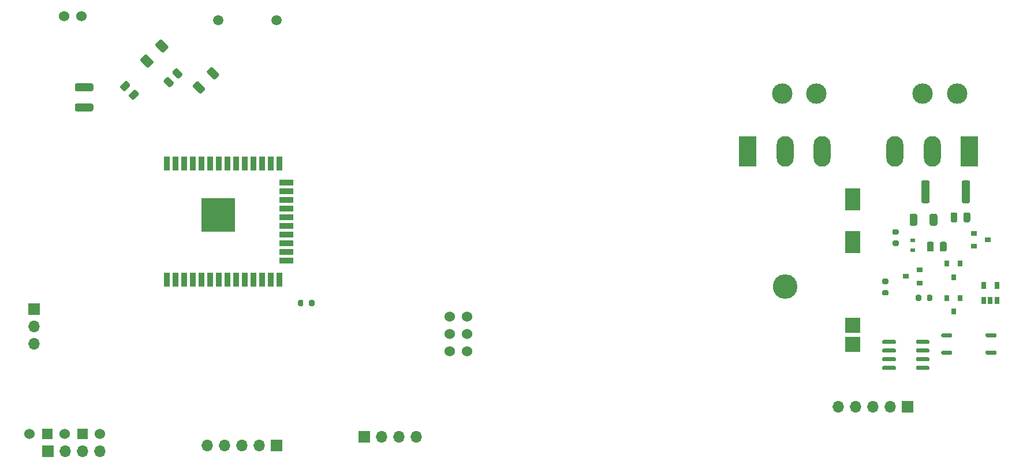
<source format=gbr>
%TF.GenerationSoftware,KiCad,Pcbnew,(5.1.10)-1*%
%TF.CreationDate,2021-07-22T01:03:41+03:00*%
%TF.ProjectId,Dimmer,44696d6d-6572-42e6-9b69-6361645f7063,rev?*%
%TF.SameCoordinates,Original*%
%TF.FileFunction,Soldermask,Bot*%
%TF.FilePolarity,Negative*%
%FSLAX46Y46*%
G04 Gerber Fmt 4.6, Leading zero omitted, Abs format (unit mm)*
G04 Created by KiCad (PCBNEW (5.1.10)-1) date 2021-07-22 01:03:41*
%MOMM*%
%LPD*%
G01*
G04 APERTURE LIST*
%ADD10R,2.500000X4.500000*%
%ADD11O,2.500000X4.500000*%
%ADD12R,0.650000X1.060000*%
%ADD13O,3.600000X3.600000*%
%ADD14R,0.700000X0.600000*%
%ADD15C,3.000000*%
%ADD16R,0.900000X0.800000*%
%ADD17R,2.200000X2.200000*%
%ADD18R,2.200000X3.200000*%
%ADD19O,1.700000X1.700000*%
%ADD20R,1.700000X1.700000*%
%ADD21R,0.800000X0.900000*%
%ADD22C,1.500000*%
%ADD23C,1.524000*%
%ADD24R,0.900000X2.000000*%
%ADD25R,2.000000X0.900000*%
%ADD26R,5.000000X5.000000*%
%ADD27R,1.524000X1.524000*%
G04 APERTURE END LIST*
%TO.C,R8*%
G36*
G01*
X213950000Y-113825000D02*
X213950000Y-113275000D01*
G75*
G02*
X214150000Y-113075000I200000J0D01*
G01*
X214550000Y-113075000D01*
G75*
G02*
X214750000Y-113275000I0J-200000D01*
G01*
X214750000Y-113825000D01*
G75*
G02*
X214550000Y-114025000I-200000J0D01*
G01*
X214150000Y-114025000D01*
G75*
G02*
X213950000Y-113825000I0J200000D01*
G01*
G37*
G36*
G01*
X215600000Y-113825000D02*
X215600000Y-113275000D01*
G75*
G02*
X215800000Y-113075000I200000J0D01*
G01*
X216200000Y-113075000D01*
G75*
G02*
X216400000Y-113275000I0J-200000D01*
G01*
X216400000Y-113825000D01*
G75*
G02*
X216200000Y-114025000I-200000J0D01*
G01*
X215800000Y-114025000D01*
G75*
G02*
X215600000Y-113825000I0J200000D01*
G01*
G37*
%TD*%
D10*
%TO.C,Q2*%
X221820000Y-92050000D03*
D11*
X216370000Y-92050000D03*
X210920000Y-92050000D03*
%TD*%
%TO.C,U3*%
G36*
G01*
X215975000Y-119860000D02*
X215975000Y-120160000D01*
G75*
G02*
X215825000Y-120310000I-150000J0D01*
G01*
X214175000Y-120310000D01*
G75*
G02*
X214025000Y-120160000I0J150000D01*
G01*
X214025000Y-119860000D01*
G75*
G02*
X214175000Y-119710000I150000J0D01*
G01*
X215825000Y-119710000D01*
G75*
G02*
X215975000Y-119860000I0J-150000D01*
G01*
G37*
G36*
G01*
X215975000Y-121130000D02*
X215975000Y-121430000D01*
G75*
G02*
X215825000Y-121580000I-150000J0D01*
G01*
X214175000Y-121580000D01*
G75*
G02*
X214025000Y-121430000I0J150000D01*
G01*
X214025000Y-121130000D01*
G75*
G02*
X214175000Y-120980000I150000J0D01*
G01*
X215825000Y-120980000D01*
G75*
G02*
X215975000Y-121130000I0J-150000D01*
G01*
G37*
G36*
G01*
X215975000Y-122400000D02*
X215975000Y-122700000D01*
G75*
G02*
X215825000Y-122850000I-150000J0D01*
G01*
X214175000Y-122850000D01*
G75*
G02*
X214025000Y-122700000I0J150000D01*
G01*
X214025000Y-122400000D01*
G75*
G02*
X214175000Y-122250000I150000J0D01*
G01*
X215825000Y-122250000D01*
G75*
G02*
X215975000Y-122400000I0J-150000D01*
G01*
G37*
G36*
G01*
X215975000Y-123670000D02*
X215975000Y-123970000D01*
G75*
G02*
X215825000Y-124120000I-150000J0D01*
G01*
X214175000Y-124120000D01*
G75*
G02*
X214025000Y-123970000I0J150000D01*
G01*
X214025000Y-123670000D01*
G75*
G02*
X214175000Y-123520000I150000J0D01*
G01*
X215825000Y-123520000D01*
G75*
G02*
X215975000Y-123670000I0J-150000D01*
G01*
G37*
G36*
G01*
X211025000Y-123670000D02*
X211025000Y-123970000D01*
G75*
G02*
X210875000Y-124120000I-150000J0D01*
G01*
X209225000Y-124120000D01*
G75*
G02*
X209075000Y-123970000I0J150000D01*
G01*
X209075000Y-123670000D01*
G75*
G02*
X209225000Y-123520000I150000J0D01*
G01*
X210875000Y-123520000D01*
G75*
G02*
X211025000Y-123670000I0J-150000D01*
G01*
G37*
G36*
G01*
X211025000Y-122400000D02*
X211025000Y-122700000D01*
G75*
G02*
X210875000Y-122850000I-150000J0D01*
G01*
X209225000Y-122850000D01*
G75*
G02*
X209075000Y-122700000I0J150000D01*
G01*
X209075000Y-122400000D01*
G75*
G02*
X209225000Y-122250000I150000J0D01*
G01*
X210875000Y-122250000D01*
G75*
G02*
X211025000Y-122400000I0J-150000D01*
G01*
G37*
G36*
G01*
X211025000Y-121130000D02*
X211025000Y-121430000D01*
G75*
G02*
X210875000Y-121580000I-150000J0D01*
G01*
X209225000Y-121580000D01*
G75*
G02*
X209075000Y-121430000I0J150000D01*
G01*
X209075000Y-121130000D01*
G75*
G02*
X209225000Y-120980000I150000J0D01*
G01*
X210875000Y-120980000D01*
G75*
G02*
X211025000Y-121130000I0J-150000D01*
G01*
G37*
G36*
G01*
X211025000Y-119860000D02*
X211025000Y-120160000D01*
G75*
G02*
X210875000Y-120310000I-150000J0D01*
G01*
X209225000Y-120310000D01*
G75*
G02*
X209075000Y-120160000I0J150000D01*
G01*
X209075000Y-119860000D01*
G75*
G02*
X209225000Y-119710000I150000J0D01*
G01*
X210875000Y-119710000D01*
G75*
G02*
X211025000Y-119860000I0J-150000D01*
G01*
G37*
%TD*%
D12*
%TO.C,D7*%
X225850000Y-113950000D03*
X224900000Y-113950000D03*
X223950000Y-113950000D03*
X223950000Y-111750000D03*
X225850000Y-111750000D03*
%TD*%
D11*
%TO.C,Q1*%
X200220000Y-92050000D03*
X194770000Y-92050000D03*
D10*
X189320000Y-92050000D03*
D13*
X194770000Y-111910000D03*
%TD*%
D14*
%TO.C,D4*%
X213500000Y-106550000D03*
X213500000Y-105150000D03*
%TD*%
%TO.C,U4*%
G36*
G01*
X225800000Y-118912500D02*
X225800000Y-119187500D01*
G75*
G02*
X225662500Y-119325000I-137500J0D01*
G01*
X224337500Y-119325000D01*
G75*
G02*
X224200000Y-119187500I0J137500D01*
G01*
X224200000Y-118912500D01*
G75*
G02*
X224337500Y-118775000I137500J0D01*
G01*
X225662500Y-118775000D01*
G75*
G02*
X225800000Y-118912500I0J-137500D01*
G01*
G37*
G36*
G01*
X225800000Y-121452500D02*
X225800000Y-121727500D01*
G75*
G02*
X225662500Y-121865000I-137500J0D01*
G01*
X224337500Y-121865000D01*
G75*
G02*
X224200000Y-121727500I0J137500D01*
G01*
X224200000Y-121452500D01*
G75*
G02*
X224337500Y-121315000I137500J0D01*
G01*
X225662500Y-121315000D01*
G75*
G02*
X225800000Y-121452500I0J-137500D01*
G01*
G37*
G36*
G01*
X219300000Y-121452500D02*
X219300000Y-121727500D01*
G75*
G02*
X219162500Y-121865000I-137500J0D01*
G01*
X217837500Y-121865000D01*
G75*
G02*
X217700000Y-121727500I0J137500D01*
G01*
X217700000Y-121452500D01*
G75*
G02*
X217837500Y-121315000I137500J0D01*
G01*
X219162500Y-121315000D01*
G75*
G02*
X219300000Y-121452500I0J-137500D01*
G01*
G37*
G36*
G01*
X219300000Y-118912500D02*
X219300000Y-119187500D01*
G75*
G02*
X219162500Y-119325000I-137500J0D01*
G01*
X217837500Y-119325000D01*
G75*
G02*
X217700000Y-119187500I0J137500D01*
G01*
X217700000Y-118912500D01*
G75*
G02*
X217837500Y-118775000I137500J0D01*
G01*
X219162500Y-118775000D01*
G75*
G02*
X219300000Y-118912500I0J-137500D01*
G01*
G37*
%TD*%
D15*
%TO.C,OUT*%
X220000000Y-83650000D03*
X215000000Y-83650000D03*
%TD*%
D16*
%TO.C,D1*%
X214500000Y-109450000D03*
X214500000Y-111350000D03*
X212500000Y-110400000D03*
%TD*%
D17*
%TO.C,PS*%
X204680000Y-120340000D03*
X204680000Y-117590000D03*
D18*
X204680000Y-105340000D03*
X204680000Y-99090000D03*
%TD*%
D15*
%TO.C,IN*%
X199400000Y-83650000D03*
X194400000Y-83650000D03*
%TD*%
%TO.C,C1*%
G36*
G01*
X220070000Y-101275000D02*
X220070000Y-102225000D01*
G75*
G02*
X219820000Y-102475000I-250000J0D01*
G01*
X219320000Y-102475000D01*
G75*
G02*
X219070000Y-102225000I0J250000D01*
G01*
X219070000Y-101275000D01*
G75*
G02*
X219320000Y-101025000I250000J0D01*
G01*
X219820000Y-101025000D01*
G75*
G02*
X220070000Y-101275000I0J-250000D01*
G01*
G37*
G36*
G01*
X221970000Y-101275000D02*
X221970000Y-102225000D01*
G75*
G02*
X221720000Y-102475000I-250000J0D01*
G01*
X221220000Y-102475000D01*
G75*
G02*
X220970000Y-102225000I0J250000D01*
G01*
X220970000Y-101275000D01*
G75*
G02*
X221220000Y-101025000I250000J0D01*
G01*
X221720000Y-101025000D01*
G75*
G02*
X221970000Y-101275000I0J-250000D01*
G01*
G37*
%TD*%
D19*
%TO.C,J4*%
X202560000Y-129500000D03*
X205100000Y-129500000D03*
X207640000Y-129500000D03*
X210180000Y-129500000D03*
D20*
X212720000Y-129500000D03*
%TD*%
%TO.C,R7*%
G36*
G01*
X221925000Y-96575000D02*
X221925000Y-99425000D01*
G75*
G02*
X221675000Y-99675000I-250000J0D01*
G01*
X220950000Y-99675000D01*
G75*
G02*
X220700000Y-99425000I0J250000D01*
G01*
X220700000Y-96575000D01*
G75*
G02*
X220950000Y-96325000I250000J0D01*
G01*
X221675000Y-96325000D01*
G75*
G02*
X221925000Y-96575000I0J-250000D01*
G01*
G37*
G36*
G01*
X216000000Y-96575000D02*
X216000000Y-99425000D01*
G75*
G02*
X215750000Y-99675000I-250000J0D01*
G01*
X215025000Y-99675000D01*
G75*
G02*
X214775000Y-99425000I0J250000D01*
G01*
X214775000Y-96575000D01*
G75*
G02*
X215025000Y-96325000I250000J0D01*
G01*
X215750000Y-96325000D01*
G75*
G02*
X216000000Y-96575000I0J-250000D01*
G01*
G37*
%TD*%
%TO.C,R4*%
G36*
G01*
X211275000Y-105950000D02*
X210725000Y-105950000D01*
G75*
G02*
X210525000Y-105750000I0J200000D01*
G01*
X210525000Y-105350000D01*
G75*
G02*
X210725000Y-105150000I200000J0D01*
G01*
X211275000Y-105150000D01*
G75*
G02*
X211475000Y-105350000I0J-200000D01*
G01*
X211475000Y-105750000D01*
G75*
G02*
X211275000Y-105950000I-200000J0D01*
G01*
G37*
G36*
G01*
X211275000Y-104300000D02*
X210725000Y-104300000D01*
G75*
G02*
X210525000Y-104100000I0J200000D01*
G01*
X210525000Y-103700000D01*
G75*
G02*
X210725000Y-103500000I200000J0D01*
G01*
X211275000Y-103500000D01*
G75*
G02*
X211475000Y-103700000I0J-200000D01*
G01*
X211475000Y-104100000D01*
G75*
G02*
X211275000Y-104300000I-200000J0D01*
G01*
G37*
%TD*%
D16*
%TO.C,Q3*%
X222500000Y-106000000D03*
X222500000Y-104100000D03*
X224500000Y-105050000D03*
%TD*%
D21*
%TO.C,D2*%
X218550000Y-113550000D03*
X220450000Y-113550000D03*
X219500000Y-115550000D03*
%TD*%
%TO.C,R6*%
G36*
G01*
X209775000Y-113200000D02*
X209225000Y-113200000D01*
G75*
G02*
X209025000Y-113000000I0J200000D01*
G01*
X209025000Y-112600000D01*
G75*
G02*
X209225000Y-112400000I200000J0D01*
G01*
X209775000Y-112400000D01*
G75*
G02*
X209975000Y-112600000I0J-200000D01*
G01*
X209975000Y-113000000D01*
G75*
G02*
X209775000Y-113200000I-200000J0D01*
G01*
G37*
G36*
G01*
X209775000Y-111550000D02*
X209225000Y-111550000D01*
G75*
G02*
X209025000Y-111350000I0J200000D01*
G01*
X209025000Y-110950000D01*
G75*
G02*
X209225000Y-110750000I200000J0D01*
G01*
X209775000Y-110750000D01*
G75*
G02*
X209975000Y-110950000I0J-200000D01*
G01*
X209975000Y-111350000D01*
G75*
G02*
X209775000Y-111550000I-200000J0D01*
G01*
G37*
%TD*%
%TO.C,D3*%
X218550000Y-108550000D03*
X220450000Y-108550000D03*
X219500000Y-110550000D03*
%TD*%
%TO.C,C2*%
G36*
G01*
X215600000Y-106525000D02*
X215600000Y-105575000D01*
G75*
G02*
X215850000Y-105325000I250000J0D01*
G01*
X216350000Y-105325000D01*
G75*
G02*
X216600000Y-105575000I0J-250000D01*
G01*
X216600000Y-106525000D01*
G75*
G02*
X216350000Y-106775000I-250000J0D01*
G01*
X215850000Y-106775000D01*
G75*
G02*
X215600000Y-106525000I0J250000D01*
G01*
G37*
G36*
G01*
X217500000Y-106525000D02*
X217500000Y-105575000D01*
G75*
G02*
X217750000Y-105325000I250000J0D01*
G01*
X218250000Y-105325000D01*
G75*
G02*
X218500000Y-105575000I0J-250000D01*
G01*
X218500000Y-106525000D01*
G75*
G02*
X218250000Y-106775000I-250000J0D01*
G01*
X217750000Y-106775000D01*
G75*
G02*
X217500000Y-106525000I0J250000D01*
G01*
G37*
%TD*%
%TO.C,R10*%
G36*
G01*
X217125000Y-101474999D02*
X217125000Y-102725001D01*
G75*
G02*
X216875001Y-102975000I-249999J0D01*
G01*
X216249999Y-102975000D01*
G75*
G02*
X216000000Y-102725001I0J249999D01*
G01*
X216000000Y-101474999D01*
G75*
G02*
X216249999Y-101225000I249999J0D01*
G01*
X216875001Y-101225000D01*
G75*
G02*
X217125000Y-101474999I0J-249999D01*
G01*
G37*
G36*
G01*
X214200000Y-101474999D02*
X214200000Y-102725001D01*
G75*
G02*
X213950001Y-102975000I-249999J0D01*
G01*
X213324999Y-102975000D01*
G75*
G02*
X213075000Y-102725001I0J249999D01*
G01*
X213075000Y-101474999D01*
G75*
G02*
X213324999Y-101225000I249999J0D01*
G01*
X213950001Y-101225000D01*
G75*
G02*
X214200000Y-101474999I0J-249999D01*
G01*
G37*
%TD*%
D22*
%TO.C,R3*%
X120200000Y-72900000D03*
X111700000Y-72900000D03*
%TD*%
%TO.C,R13*%
G36*
G01*
X105734663Y-79969409D02*
X106371061Y-80605807D01*
G75*
G02*
X106371061Y-80959359I-176776J-176776D01*
G01*
X105999829Y-81330591D01*
G75*
G02*
X105646277Y-81330591I-176776J176776D01*
G01*
X105009879Y-80694193D01*
G75*
G02*
X105009879Y-80340641I176776J176776D01*
G01*
X105381111Y-79969409D01*
G75*
G02*
X105734663Y-79969409I176776J-176776D01*
G01*
G37*
G36*
G01*
X104444193Y-81259879D02*
X105080591Y-81896277D01*
G75*
G02*
X105080591Y-82249829I-176776J-176776D01*
G01*
X104709359Y-82621061D01*
G75*
G02*
X104355807Y-82621061I-176776J176776D01*
G01*
X103719409Y-81984663D01*
G75*
G02*
X103719409Y-81631111I176776J176776D01*
G01*
X104090641Y-81259879D01*
G75*
G02*
X104444193Y-81259879I176776J-176776D01*
G01*
G37*
%TD*%
D19*
%TO.C,RX0*%
X94270000Y-136000000D03*
X91730000Y-136000000D03*
X89190000Y-136000000D03*
D20*
X86650000Y-136000000D03*
%TD*%
D19*
%TO.C,I2C*%
X84700000Y-120280000D03*
X84700000Y-117740000D03*
D20*
X84700000Y-115200000D03*
%TD*%
D19*
%TO.C,SPI*%
X140740000Y-133900000D03*
X138200000Y-133900000D03*
X135660000Y-133900000D03*
D20*
X133120000Y-133900000D03*
%TD*%
D23*
%TO.C,RST*%
X84000000Y-133450000D03*
%TD*%
D24*
%TO.C,U2*%
X104130000Y-110900000D03*
X105400000Y-110900000D03*
X106670000Y-110900000D03*
X107940000Y-110900000D03*
X109210000Y-110900000D03*
X110480000Y-110900000D03*
X111750000Y-110900000D03*
X113020000Y-110900000D03*
X114290000Y-110900000D03*
X115560000Y-110900000D03*
X116830000Y-110900000D03*
X118100000Y-110900000D03*
X119370000Y-110900000D03*
X120640000Y-110900000D03*
D25*
X121640000Y-108115000D03*
X121640000Y-106845000D03*
X121640000Y-105575000D03*
X121640000Y-104305000D03*
X121640000Y-103035000D03*
X121640000Y-101765000D03*
X121640000Y-100495000D03*
X121640000Y-99225000D03*
X121640000Y-97955000D03*
X121640000Y-96685000D03*
D24*
X120640000Y-93900000D03*
X119370000Y-93900000D03*
X118100000Y-93900000D03*
X116830000Y-93900000D03*
X115560000Y-93900000D03*
X114290000Y-93900000D03*
X113020000Y-93900000D03*
X111750000Y-93900000D03*
X110480000Y-93900000D03*
X109210000Y-93900000D03*
X107940000Y-93900000D03*
X106670000Y-93900000D03*
X105400000Y-93900000D03*
X104130000Y-93900000D03*
D26*
X111630000Y-101400000D03*
%TD*%
%TO.C,TH2*%
G36*
G01*
X103382322Y-77551561D02*
X102498439Y-76667678D01*
G75*
G02*
X102498439Y-76314124I176777J176777D01*
G01*
X103064124Y-75748439D01*
G75*
G02*
X103417678Y-75748439I176777J-176777D01*
G01*
X104301561Y-76632322D01*
G75*
G02*
X104301561Y-76985876I-176777J-176777D01*
G01*
X103735876Y-77551561D01*
G75*
G02*
X103382322Y-77551561I-176777J176777D01*
G01*
G37*
G36*
G01*
X101190290Y-79743593D02*
X100306407Y-78859710D01*
G75*
G02*
X100306407Y-78506156I176777J176777D01*
G01*
X100872092Y-77940471D01*
G75*
G02*
X101225646Y-77940471I176777J-176777D01*
G01*
X102109529Y-78824354D01*
G75*
G02*
X102109529Y-79177908I-176777J-176777D01*
G01*
X101543844Y-79743593D01*
G75*
G02*
X101190290Y-79743593I-176777J176777D01*
G01*
G37*
%TD*%
%TO.C,R5*%
G36*
G01*
X124150000Y-114025000D02*
X124150000Y-114575000D01*
G75*
G02*
X123950000Y-114775000I-200000J0D01*
G01*
X123550000Y-114775000D01*
G75*
G02*
X123350000Y-114575000I0J200000D01*
G01*
X123350000Y-114025000D01*
G75*
G02*
X123550000Y-113825000I200000J0D01*
G01*
X123950000Y-113825000D01*
G75*
G02*
X124150000Y-114025000I0J-200000D01*
G01*
G37*
G36*
G01*
X125800000Y-114025000D02*
X125800000Y-114575000D01*
G75*
G02*
X125600000Y-114775000I-200000J0D01*
G01*
X125200000Y-114775000D01*
G75*
G02*
X125000000Y-114575000I0J200000D01*
G01*
X125000000Y-114025000D01*
G75*
G02*
X125200000Y-113825000I200000J0D01*
G01*
X125600000Y-113825000D01*
G75*
G02*
X125800000Y-114025000I0J-200000D01*
G01*
G37*
%TD*%
%TO.C,R1*%
G36*
G01*
X110940839Y-81489690D02*
X110056954Y-80605805D01*
G75*
G02*
X110056954Y-80252253I176776J176776D01*
G01*
X110498897Y-79810310D01*
G75*
G02*
X110852449Y-79810310I176776J-176776D01*
G01*
X111736334Y-80694195D01*
G75*
G02*
X111736334Y-81047747I-176776J-176776D01*
G01*
X111294391Y-81489690D01*
G75*
G02*
X110940839Y-81489690I-176776J176776D01*
G01*
G37*
G36*
G01*
X108872551Y-83557978D02*
X107988666Y-82674093D01*
G75*
G02*
X107988666Y-82320541I176776J176776D01*
G01*
X108430609Y-81878598D01*
G75*
G02*
X108784161Y-81878598I176776J-176776D01*
G01*
X109668046Y-82762483D01*
G75*
G02*
X109668046Y-83116035I-176776J-176776D01*
G01*
X109226103Y-83557978D01*
G75*
G02*
X108872551Y-83557978I-176776J176776D01*
G01*
G37*
%TD*%
%TO.C,C4*%
G36*
G01*
X90899999Y-85075000D02*
X93100001Y-85075000D01*
G75*
G02*
X93350000Y-85324999I0J-249999D01*
G01*
X93350000Y-85975001D01*
G75*
G02*
X93100001Y-86225000I-249999J0D01*
G01*
X90899999Y-86225000D01*
G75*
G02*
X90650000Y-85975001I0J249999D01*
G01*
X90650000Y-85324999D01*
G75*
G02*
X90899999Y-85075000I249999J0D01*
G01*
G37*
G36*
G01*
X90899999Y-82125000D02*
X93100001Y-82125000D01*
G75*
G02*
X93350000Y-82374999I0J-249999D01*
G01*
X93350000Y-83025001D01*
G75*
G02*
X93100001Y-83275000I-249999J0D01*
G01*
X90899999Y-83275000D01*
G75*
G02*
X90650000Y-83025001I0J249999D01*
G01*
X90650000Y-82374999D01*
G75*
G02*
X90899999Y-82125000I249999J0D01*
G01*
G37*
%TD*%
D23*
%TO.C,Prog*%
X94300000Y-133450000D03*
D27*
X91800000Y-133450000D03*
%TD*%
%TO.C,Mode*%
X86600000Y-133460000D03*
D23*
X89140000Y-133460000D03*
%TD*%
D20*
%TO.C,J16*%
X120200000Y-135150000D03*
D19*
X117660000Y-135150000D03*
X115120000Y-135150000D03*
X112580000Y-135150000D03*
X110040000Y-135150000D03*
%TD*%
%TO.C,R2*%
G36*
G01*
X97324174Y-82460572D02*
X97960572Y-81824174D01*
G75*
G02*
X98314124Y-81824174I176776J-176776D01*
G01*
X98685356Y-82195406D01*
G75*
G02*
X98685356Y-82548958I-176776J-176776D01*
G01*
X98048958Y-83185356D01*
G75*
G02*
X97695406Y-83185356I-176776J176776D01*
G01*
X97324174Y-82814124D01*
G75*
G02*
X97324174Y-82460572I176776J176776D01*
G01*
G37*
G36*
G01*
X98614644Y-83751042D02*
X99251042Y-83114644D01*
G75*
G02*
X99604594Y-83114644I176776J-176776D01*
G01*
X99975826Y-83485876D01*
G75*
G02*
X99975826Y-83839428I-176776J-176776D01*
G01*
X99339428Y-84475826D01*
G75*
G02*
X98985876Y-84475826I-176776J176776D01*
G01*
X98614644Y-84104594D01*
G75*
G02*
X98614644Y-83751042I176776J176776D01*
G01*
G37*
%TD*%
D23*
%TO.C,J5*%
X145590000Y-121350000D03*
%TD*%
%TO.C,J6*%
X148130000Y-116270000D03*
%TD*%
%TO.C,J8*%
X89100000Y-72300000D03*
%TD*%
%TO.C,J12*%
X145640000Y-118800000D03*
%TD*%
%TO.C,J13*%
X91640000Y-72300000D03*
%TD*%
%TO.C,J14*%
X148130000Y-121350000D03*
%TD*%
%TO.C,J15*%
X148180000Y-118810000D03*
%TD*%
%TO.C,J10*%
X145590000Y-116270000D03*
%TD*%
M02*

</source>
